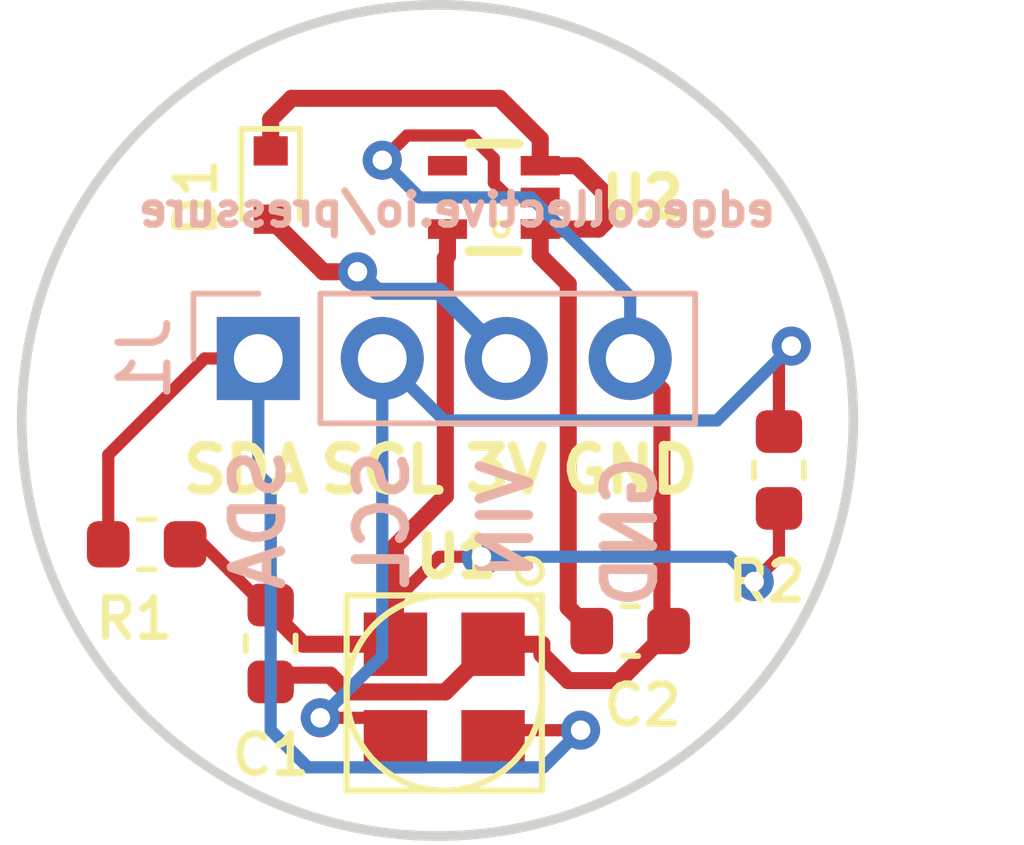
<source format=kicad_pcb>
(kicad_pcb (version 20171130) (host pcbnew 5.0.2-bee76a0~70~ubuntu18.04.1)

  (general
    (thickness 1.6)
    (drawings 12)
    (tracks 92)
    (zones 0)
    (modules 8)
    (nets 7)
  )

  (page A4)
  (layers
    (0 Top signal)
    (31 Bottom signal)
    (32 B.Adhes user)
    (33 F.Adhes user)
    (34 B.Paste user)
    (35 F.Paste user)
    (36 B.SilkS user)
    (37 F.SilkS user)
    (38 B.Mask user)
    (39 F.Mask user)
    (40 Dwgs.User user)
    (41 Cmts.User user)
    (42 Eco1.User user)
    (43 Eco2.User user)
    (44 Edge.Cuts user)
    (45 Margin user)
    (46 B.CrtYd user)
    (47 F.CrtYd user)
    (48 B.Fab user)
    (49 F.Fab user)
  )

  (setup
    (last_trace_width 0.35)
    (user_trace_width 0.35)
    (trace_clearance 0.1524)
    (zone_clearance 0.508)
    (zone_45_only no)
    (trace_min 0.2)
    (segment_width 0.2)
    (edge_width 0.15)
    (via_size 0.8)
    (via_drill 0.4)
    (via_min_size 0.4)
    (via_min_drill 0.3)
    (uvia_size 0.3)
    (uvia_drill 0.1)
    (uvias_allowed no)
    (uvia_min_size 0.2)
    (uvia_min_drill 0.1)
    (pcb_text_width 0.3)
    (pcb_text_size 1.5 1.5)
    (mod_edge_width 0.15)
    (mod_text_size 1 1)
    (mod_text_width 0.15)
    (pad_size 1.524 1.524)
    (pad_drill 0.762)
    (pad_to_mask_clearance 0.051)
    (solder_mask_min_width 0.25)
    (aux_axis_origin 0 0)
    (visible_elements FFFFFF7F)
    (pcbplotparams
      (layerselection 0x010fc_ffffffff)
      (usegerberextensions false)
      (usegerberattributes false)
      (usegerberadvancedattributes false)
      (creategerberjobfile false)
      (excludeedgelayer true)
      (linewidth 0.100000)
      (plotframeref false)
      (viasonmask false)
      (mode 1)
      (useauxorigin false)
      (hpglpennumber 1)
      (hpglpenspeed 20)
      (hpglpendiameter 15.000000)
      (psnegative false)
      (psa4output false)
      (plotreference true)
      (plotvalue true)
      (plotinvisibletext false)
      (padsonsilk false)
      (subtractmaskfromsilk false)
      (outputformat 1)
      (mirror false)
      (drillshape 1)
      (scaleselection 1)
      (outputdirectory ""))
  )

  (net 0 "")
  (net 1 GND)
  (net 2 SDA)
  (net 3 SCL)
  (net 4 VIN)
  (net 5 3V3)
  (net 6 "Net-(C2-Pad1)")

  (net_class Default "This is the default net class."
    (clearance 0.1524)
    (trace_width 0.25)
    (via_dia 0.8)
    (via_drill 0.4)
    (uvia_dia 0.3)
    (uvia_drill 0.1)
    (add_net 3V3)
    (add_net GND)
    (add_net "Net-(C2-Pad1)")
    (add_net SCL)
    (add_net SDA)
    (add_net VIN)
  )

  (module Connector_PinHeader_2.54mm:PinHeader_1x04_P2.54mm_Vertical (layer Bottom) (tedit 5CEAD548) (tstamp 5CF7AC62)
    (at 147.066 98.552 270)
    (descr "Through hole straight pin header, 1x04, 2.54mm pitch, single row")
    (tags "Through hole pin header THT 1x04 2.54mm single row")
    (path /5CEAEDFC)
    (fp_text reference J1 (at 0 2.33 270) (layer B.SilkS)
      (effects (font (size 1 1) (thickness 0.15)) (justify mirror))
    )
    (fp_text value Conn_01x04_Male (at 0 -9.95 270) (layer B.Fab)
      (effects (font (size 1 1) (thickness 0.15)) (justify mirror))
    )
    (fp_line (start -0.635 1.27) (end 1.27 1.27) (layer B.Fab) (width 0.1))
    (fp_line (start 1.27 1.27) (end 1.27 -8.89) (layer B.Fab) (width 0.1))
    (fp_line (start 1.27 -8.89) (end -1.27 -8.89) (layer B.Fab) (width 0.1))
    (fp_line (start -1.27 -8.89) (end -1.27 0.635) (layer B.Fab) (width 0.1))
    (fp_line (start -1.27 0.635) (end -0.635 1.27) (layer B.Fab) (width 0.1))
    (fp_line (start -1.33 -8.95) (end 1.33 -8.95) (layer B.SilkS) (width 0.12))
    (fp_line (start -1.33 -1.27) (end -1.33 -8.95) (layer B.SilkS) (width 0.12))
    (fp_line (start 1.33 -1.27) (end 1.33 -8.95) (layer B.SilkS) (width 0.12))
    (fp_line (start -1.33 -1.27) (end 1.33 -1.27) (layer B.SilkS) (width 0.12))
    (fp_line (start -1.33 0) (end -1.33 1.33) (layer B.SilkS) (width 0.12))
    (fp_line (start -1.33 1.33) (end 0 1.33) (layer B.SilkS) (width 0.12))
    (fp_line (start -1.8 1.8) (end -1.8 -9.4) (layer B.CrtYd) (width 0.05))
    (fp_line (start -1.8 -9.4) (end 1.8 -9.4) (layer B.CrtYd) (width 0.05))
    (fp_line (start 1.8 -9.4) (end 1.8 1.8) (layer B.CrtYd) (width 0.05))
    (fp_line (start 1.8 1.8) (end -1.8 1.8) (layer B.CrtYd) (width 0.05))
    (fp_text user %R (at 0 -3.81 180) (layer B.Fab)
      (effects (font (size 1 1) (thickness 0.15)) (justify mirror))
    )
    (pad 1 thru_hole rect (at 0 0 270) (size 1.7 1.7) (drill 1) (layers *.Cu *.Mask)
      (net 2 SDA))
    (pad 2 thru_hole oval (at 0 -2.54 270) (size 1.7 1.7) (drill 1) (layers *.Cu *.Mask)
      (net 3 SCL))
    (pad 3 thru_hole oval (at 0 -5.08 270) (size 1.7 1.7) (drill 1) (layers *.Cu *.Mask)
      (net 4 VIN))
    (pad 4 thru_hole oval (at 0 -7.62 270) (size 1.7 1.7) (drill 1) (layers *.Cu *.Mask)
      (net 1 GND))
    (model ${KISYS3DMOD}/Connector_PinHeader_2.54mm.3dshapes/PinHeader_1x04_P2.54mm_Vertical.wrl
      (at (xyz 0 0 0))
      (scale (xyz 1 1 1))
      (rotate (xyz 0 0 0))
    )
  )

  (module BAR30-SENSOR:SC70-5L (layer Top) (tedit 0) (tstamp 5CF7B5D0)
    (at 151.892 95.25 90)
    (descr "<b>SC-70 Package</b>")
    (path /2128A558E90442EA)
    (fp_text reference U1 (at -1.5875 0.635 180) (layer F.SilkS) hide
      (effects (font (size 0.9652 0.9652) (thickness 0.18288)) (justify right top))
    )
    (fp_text value VREG-MIC5365 (at 2.2225 0.635 180) (layer F.Fab) hide
      (effects (font (size 0.77216 0.77216) (thickness 0.08128)) (justify right top))
    )
    (fp_poly (pts (xy 0.5 1.1) (xy 0.8 1.1) (xy 0.8 0.6) (xy 0.5 0.6)) (layer F.Fab) (width 0))
    (fp_poly (pts (xy -0.15 1.1) (xy 0.15 1.1) (xy 0.15 0.6) (xy -0.15 0.6)) (layer F.Fab) (width 0))
    (fp_poly (pts (xy -0.8 1.1) (xy -0.5 1.1) (xy -0.5 0.6) (xy -0.8 0.6)) (layer F.Fab) (width 0))
    (fp_poly (pts (xy -0.8 -0.6) (xy -0.5 -0.6) (xy -0.5 -1.1) (xy -0.8 -1.1)) (layer F.Fab) (width 0))
    (fp_poly (pts (xy 0.5 -0.6) (xy 0.8 -0.6) (xy 0.8 -1.1) (xy 0.5 -1.1)) (layer F.Fab) (width 0))
    (fp_circle (center -0.65 0.15) (end -0.5 0.15) (layer F.SilkS) (width 0.1))
    (fp_line (start 1.1 -0.5) (end 1.1 0.5) (layer F.SilkS) (width 0.2032))
    (fp_line (start -1.1 -0.5) (end 1.1 -0.5) (layer F.Fab) (width 0.2032))
    (fp_line (start -1.1 0.5) (end -1.1 -0.5) (layer F.SilkS) (width 0.2032))
    (fp_line (start 1.1 0.5) (end -1.1 0.5) (layer F.Fab) (width 0.2032))
    (pad 3 smd rect (at 0.65 0.95 90) (size 0.4 0.8) (layers Top F.Paste F.Mask)
      (net 6 "Net-(C2-Pad1)") (solder_mask_margin 0.0762))
    (pad 2 smd rect (at 0 0.95 90) (size 0.4 0.8) (layers Top F.Paste F.Mask)
      (net 1 GND) (solder_mask_margin 0.0762))
    (pad 1 smd rect (at -0.65 0.95 90) (size 0.4 0.8) (layers Top F.Paste F.Mask)
      (net 6 "Net-(C2-Pad1)") (solder_mask_margin 0.0762))
    (pad 5 smd rect (at -0.65 -0.95 90) (size 0.4 0.8) (layers Top F.Paste F.Mask)
      (net 5 3V3) (solder_mask_margin 0.0762))
    (pad 4 smd rect (at 0.65 -0.95 90) (size 0.4 0.8) (layers Top F.Paste F.Mask)
      (solder_mask_margin 0.0762))
  )

  (module BAR30-SENSOR:MS5837 (layer Top) (tedit 0) (tstamp 5CF7BD26)
    (at 150.876 105.41 270)
    (path /850A8AB0BABD3B23)
    (fp_text reference U2 (at -2 -2.25 270) (layer F.SilkS) hide
      (effects (font (size 0.57912 0.57912) (thickness 0.048768)) (justify left bottom))
    )
    (fp_text value MS583730BA (at -2 3 270) (layer F.SilkS) hide
      (effects (font (size 0.57912 0.57912) (thickness 0.048768)) (justify left bottom))
    )
    (fp_arc (start -1.5 -1.5) (end -2 -1.5) (angle 90) (layer F.SilkS) (width 0.127))
    (fp_arc (start 0 0) (end 0 -2) (angle 270) (layer F.SilkS) (width 0.127))
    (fp_line (start -2 -1.5) (end -2 -2) (layer F.SilkS) (width 0.127))
    (fp_line (start -2 0) (end -2 -1.5) (layer F.SilkS) (width 0.127))
    (fp_circle (center -2.5 -1.75) (end -2.25 -1.75) (layer F.SilkS) (width 0.127))
    (fp_line (start -2 2) (end -2 0) (layer F.SilkS) (width 0.127))
    (fp_line (start 2 2) (end -2 2) (layer F.SilkS) (width 0.127))
    (fp_line (start 2 -2) (end 2 2) (layer F.SilkS) (width 0.127))
    (fp_line (start 0 -2) (end 2 -2) (layer F.SilkS) (width 0.127))
    (fp_line (start -1.5 -2) (end 0 -2) (layer F.SilkS) (width 0.127))
    (fp_line (start -2 -2) (end -1.5 -2) (layer F.SilkS) (width 0.127))
    (pad 1 smd rect (at -1 -1 270) (size 1.3 1.3) (layers Top F.Paste F.Mask)
      (net 1 GND) (solder_mask_margin 0.0762))
    (pad 4 smd rect (at 1 -1 270) (size 1.3 1.3) (layers Top F.Paste F.Mask)
      (net 2 SDA) (solder_mask_margin 0.0762))
    (pad 3 smd rect (at 1 1 270) (size 1.3 1.3) (layers Top F.Paste F.Mask)
      (net 3 SCL) (solder_mask_margin 0.0762))
    (pad 2 smd rect (at -1 1 270) (size 1.3 1.3) (layers Top F.Paste F.Mask)
      (net 5 3V3) (solder_mask_margin 0.0762))
  )

  (module Resistor_SMD:R_0603_1608Metric (layer Top) (tedit 5CEAE305) (tstamp 5CF7B63C)
    (at 144.78 102.362 180)
    (descr "Resistor SMD 0603 (1608 Metric), square (rectangular) end terminal, IPC_7351 nominal, (Body size source: http://www.tortai-tech.com/upload/download/2011102023233369053.pdf), generated with kicad-footprint-generator")
    (tags resistor)
    (path /5CEADC2F)
    (attr smd)
    (fp_text reference R1 (at 0.254 -1.524 180) (layer F.SilkS)
      (effects (font (size 0.8 0.8) (thickness 0.15)))
    )
    (fp_text value R (at 0 1.43 180) (layer F.Fab)
      (effects (font (size 1 1) (thickness 0.15)))
    )
    (fp_line (start -0.8 0.4) (end -0.8 -0.4) (layer F.Fab) (width 0.1))
    (fp_line (start -0.8 -0.4) (end 0.8 -0.4) (layer F.Fab) (width 0.1))
    (fp_line (start 0.8 -0.4) (end 0.8 0.4) (layer F.Fab) (width 0.1))
    (fp_line (start 0.8 0.4) (end -0.8 0.4) (layer F.Fab) (width 0.1))
    (fp_line (start -0.162779 -0.51) (end 0.162779 -0.51) (layer F.SilkS) (width 0.12))
    (fp_line (start -0.162779 0.51) (end 0.162779 0.51) (layer F.SilkS) (width 0.12))
    (fp_line (start -1.48 0.73) (end -1.48 -0.73) (layer F.CrtYd) (width 0.05))
    (fp_line (start -1.48 -0.73) (end 1.48 -0.73) (layer F.CrtYd) (width 0.05))
    (fp_line (start 1.48 -0.73) (end 1.48 0.73) (layer F.CrtYd) (width 0.05))
    (fp_line (start 1.48 0.73) (end -1.48 0.73) (layer F.CrtYd) (width 0.05))
    (fp_text user %R (at 0 0 180) (layer F.Fab)
      (effects (font (size 0.4 0.4) (thickness 0.06)))
    )
    (pad 1 smd roundrect (at -0.7875 0 180) (size 0.875 0.95) (layers Top F.Paste F.Mask) (roundrect_rratio 0.25)
      (net 5 3V3))
    (pad 2 smd roundrect (at 0.7875 0 180) (size 0.875 0.95) (layers Top F.Paste F.Mask) (roundrect_rratio 0.25)
      (net 2 SDA))
    (model ${KISYS3DMOD}/Resistor_SMD.3dshapes/R_0603_1608Metric.wrl
      (at (xyz 0 0 0))
      (scale (xyz 1 1 1))
      (rotate (xyz 0 0 0))
    )
  )

  (module Resistor_SMD:R_0603_1608Metric (layer Top) (tedit 5CEAE368) (tstamp 5CF7B64D)
    (at 157.734 100.838 90)
    (descr "Resistor SMD 0603 (1608 Metric), square (rectangular) end terminal, IPC_7351 nominal, (Body size source: http://www.tortai-tech.com/upload/download/2011102023233369053.pdf), generated with kicad-footprint-generator")
    (tags resistor)
    (path /5CEAE4D9)
    (attr smd)
    (fp_text reference R2 (at -2.286 -0.254 180) (layer F.SilkS)
      (effects (font (size 0.8 0.8) (thickness 0.15)))
    )
    (fp_text value R (at 0 1.43 90) (layer F.Fab)
      (effects (font (size 1 1) (thickness 0.15)))
    )
    (fp_text user %R (at 0 0 90) (layer F.Fab)
      (effects (font (size 0.4 0.4) (thickness 0.06)))
    )
    (fp_line (start 1.48 0.73) (end -1.48 0.73) (layer F.CrtYd) (width 0.05))
    (fp_line (start 1.48 -0.73) (end 1.48 0.73) (layer F.CrtYd) (width 0.05))
    (fp_line (start -1.48 -0.73) (end 1.48 -0.73) (layer F.CrtYd) (width 0.05))
    (fp_line (start -1.48 0.73) (end -1.48 -0.73) (layer F.CrtYd) (width 0.05))
    (fp_line (start -0.162779 0.51) (end 0.162779 0.51) (layer F.SilkS) (width 0.12))
    (fp_line (start -0.162779 -0.51) (end 0.162779 -0.51) (layer F.SilkS) (width 0.12))
    (fp_line (start 0.8 0.4) (end -0.8 0.4) (layer F.Fab) (width 0.1))
    (fp_line (start 0.8 -0.4) (end 0.8 0.4) (layer F.Fab) (width 0.1))
    (fp_line (start -0.8 -0.4) (end 0.8 -0.4) (layer F.Fab) (width 0.1))
    (fp_line (start -0.8 0.4) (end -0.8 -0.4) (layer F.Fab) (width 0.1))
    (pad 2 smd roundrect (at 0.7875 0 90) (size 0.875 0.95) (layers Top F.Paste F.Mask) (roundrect_rratio 0.25)
      (net 3 SCL))
    (pad 1 smd roundrect (at -0.7875 0 90) (size 0.875 0.95) (layers Top F.Paste F.Mask) (roundrect_rratio 0.25)
      (net 5 3V3))
    (model ${KISYS3DMOD}/Resistor_SMD.3dshapes/R_0603_1608Metric.wrl
      (at (xyz 0 0 0))
      (scale (xyz 1 1 1))
      (rotate (xyz 0 0 0))
    )
  )

  (module Capacitor_SMD:C_0603_1608Metric (layer Top) (tedit 5CEAE33D) (tstamp 5CF7B801)
    (at 147.32 104.394 270)
    (descr "Capacitor SMD 0603 (1608 Metric), square (rectangular) end terminal, IPC_7351 nominal, (Body size source: http://www.tortai-tech.com/upload/download/2011102023233369053.pdf), generated with kicad-footprint-generator")
    (tags capacitor)
    (path /658E3D6CBA02A0BA)
    (attr smd)
    (fp_text reference C1 (at 2.286 0) (layer F.SilkS)
      (effects (font (size 0.8 0.8) (thickness 0.15)))
    )
    (fp_text value 1uF (at 3.302 4.064) (layer F.Fab)
      (effects (font (size 1 1) (thickness 0.15)))
    )
    (fp_line (start -0.8 0.4) (end -0.8 -0.4) (layer F.Fab) (width 0.1))
    (fp_line (start -0.8 -0.4) (end 0.8 -0.4) (layer F.Fab) (width 0.1))
    (fp_line (start 0.8 -0.4) (end 0.8 0.4) (layer F.Fab) (width 0.1))
    (fp_line (start 0.8 0.4) (end -0.8 0.4) (layer F.Fab) (width 0.1))
    (fp_line (start -0.162779 -0.51) (end 0.162779 -0.51) (layer F.SilkS) (width 0.12))
    (fp_line (start -0.162779 0.51) (end 0.162779 0.51) (layer F.SilkS) (width 0.12))
    (fp_line (start -1.48 0.73) (end -1.48 -0.73) (layer F.CrtYd) (width 0.05))
    (fp_line (start -1.48 -0.73) (end 1.48 -0.73) (layer F.CrtYd) (width 0.05))
    (fp_line (start 1.48 -0.73) (end 1.48 0.73) (layer F.CrtYd) (width 0.05))
    (fp_line (start 1.48 0.73) (end -1.48 0.73) (layer F.CrtYd) (width 0.05))
    (fp_text user %R (at 0 0 270) (layer F.Fab)
      (effects (font (size 0.4 0.4) (thickness 0.06)))
    )
    (pad 1 smd roundrect (at -0.7875 0 270) (size 0.875 0.95) (layers Top F.Paste F.Mask) (roundrect_rratio 0.25)
      (net 5 3V3))
    (pad 2 smd roundrect (at 0.7875 0 270) (size 0.875 0.95) (layers Top F.Paste F.Mask) (roundrect_rratio 0.25)
      (net 1 GND))
    (model ${KISYS3DMOD}/Capacitor_SMD.3dshapes/C_0603_1608Metric.wrl
      (at (xyz 0 0 0))
      (scale (xyz 1 1 1))
      (rotate (xyz 0 0 0))
    )
  )

  (module Capacitor_SMD:C_0603_1608Metric (layer Top) (tedit 5CEAE354) (tstamp 5CF7B811)
    (at 154.686 104.14)
    (descr "Capacitor SMD 0603 (1608 Metric), square (rectangular) end terminal, IPC_7351 nominal, (Body size source: http://www.tortai-tech.com/upload/download/2011102023233369053.pdf), generated with kicad-footprint-generator")
    (tags capacitor)
    (path /E2B9DE0EF2879E99)
    (attr smd)
    (fp_text reference C2 (at 0.254 1.524) (layer F.SilkS)
      (effects (font (size 0.8 0.8) (thickness 0.15)))
    )
    (fp_text value 1uF (at 6.604 2.286) (layer F.Fab)
      (effects (font (size 1 1) (thickness 0.15)))
    )
    (fp_text user %R (at 0 0) (layer F.Fab)
      (effects (font (size 0.4 0.4) (thickness 0.06)))
    )
    (fp_line (start 1.48 0.73) (end -1.48 0.73) (layer F.CrtYd) (width 0.05))
    (fp_line (start 1.48 -0.73) (end 1.48 0.73) (layer F.CrtYd) (width 0.05))
    (fp_line (start -1.48 -0.73) (end 1.48 -0.73) (layer F.CrtYd) (width 0.05))
    (fp_line (start -1.48 0.73) (end -1.48 -0.73) (layer F.CrtYd) (width 0.05))
    (fp_line (start -0.162779 0.51) (end 0.162779 0.51) (layer F.SilkS) (width 0.12))
    (fp_line (start -0.162779 -0.51) (end 0.162779 -0.51) (layer F.SilkS) (width 0.12))
    (fp_line (start 0.8 0.4) (end -0.8 0.4) (layer F.Fab) (width 0.1))
    (fp_line (start 0.8 -0.4) (end 0.8 0.4) (layer F.Fab) (width 0.1))
    (fp_line (start -0.8 -0.4) (end 0.8 -0.4) (layer F.Fab) (width 0.1))
    (fp_line (start -0.8 0.4) (end -0.8 -0.4) (layer F.Fab) (width 0.1))
    (pad 2 smd roundrect (at 0.7875 0) (size 0.875 0.95) (layers Top F.Paste F.Mask) (roundrect_rratio 0.25)
      (net 1 GND))
    (pad 1 smd roundrect (at -0.7875 0) (size 0.875 0.95) (layers Top F.Paste F.Mask) (roundrect_rratio 0.25)
      (net 6 "Net-(C2-Pad1)"))
    (model ${KISYS3DMOD}/Capacitor_SMD.3dshapes/C_0603_1608Metric.wrl
      (at (xyz 0 0 0))
      (scale (xyz 1 1 1))
      (rotate (xyz 0 0 0))
    )
  )

  (module Diode_SMD:D_SOD-523 (layer Top) (tedit 5CEAE387) (tstamp 5CF7BEE2)
    (at 147.32 94.996 270)
    (descr "http://www.diodes.com/datasheets/ap02001.pdf p.144")
    (tags "Diode SOD523")
    (path /5CEB6F87)
    (attr smd)
    (fp_text reference D1 (at 0.254 1.524 270) (layer F.SilkS)
      (effects (font (size 0.8 0.8) (thickness 0.15)))
    )
    (fp_text value D (at 0 1.4 270) (layer F.Fab)
      (effects (font (size 1 1) (thickness 0.15)))
    )
    (fp_line (start 0.7 0.6) (end -1.15 0.6) (layer F.SilkS) (width 0.12))
    (fp_line (start 0.7 -0.6) (end -1.15 -0.6) (layer F.SilkS) (width 0.12))
    (fp_line (start 0.65 0.45) (end -0.65 0.45) (layer F.Fab) (width 0.1))
    (fp_line (start -0.65 0.45) (end -0.65 -0.45) (layer F.Fab) (width 0.1))
    (fp_line (start -0.65 -0.45) (end 0.65 -0.45) (layer F.Fab) (width 0.1))
    (fp_line (start 0.65 -0.45) (end 0.65 0.45) (layer F.Fab) (width 0.1))
    (fp_line (start -0.2 0.2) (end -0.2 -0.2) (layer F.Fab) (width 0.1))
    (fp_line (start -0.2 0) (end -0.35 0) (layer F.Fab) (width 0.1))
    (fp_line (start -0.2 0) (end 0.1 0.2) (layer F.Fab) (width 0.1))
    (fp_line (start 0.1 0.2) (end 0.1 -0.2) (layer F.Fab) (width 0.1))
    (fp_line (start 0.1 -0.2) (end -0.2 0) (layer F.Fab) (width 0.1))
    (fp_line (start 0.1 0) (end 0.25 0) (layer F.Fab) (width 0.1))
    (fp_line (start 1.25 0.7) (end -1.25 0.7) (layer F.CrtYd) (width 0.05))
    (fp_line (start -1.25 0.7) (end -1.25 -0.7) (layer F.CrtYd) (width 0.05))
    (fp_line (start -1.25 -0.7) (end 1.25 -0.7) (layer F.CrtYd) (width 0.05))
    (fp_line (start 1.25 -0.7) (end 1.25 0.7) (layer F.CrtYd) (width 0.05))
    (fp_line (start -1.15 -0.6) (end -1.15 0.6) (layer F.SilkS) (width 0.12))
    (fp_text user %R (at 0.254 1.524 270) (layer F.Fab)
      (effects (font (size 1 1) (thickness 0.15)))
    )
    (pad 1 smd rect (at -0.7 0 90) (size 0.6 0.7) (layers Top F.Paste F.Mask)
      (net 6 "Net-(C2-Pad1)"))
    (pad 2 smd rect (at 0.7 0 90) (size 0.6 0.7) (layers Top F.Paste F.Mask)
      (net 4 VIN))
    (model ${KISYS3DMOD}/Diode_SMD.3dshapes/D_SOD-523.wrl
      (at (xyz 0 0 0))
      (scale (xyz 1 1 1))
      (rotate (xyz 0 0 0))
    )
  )

  (gr_text edgecollective.io/pressure (at 151.13 95.504) (layer B.SilkS) (tstamp 5CF7C01B)
    (effects (font (size 0.65 0.65) (thickness 0.15)) (justify mirror))
  )
  (gr_circle (center 150.738582 99.822) (end 158.358582 103.632) (layer Edge.Cuts) (width 0.2))
  (gr_text GND (at 154.686 102.108 90) (layer B.SilkS) (tstamp 5CF7BB69)
    (effects (font (size 1 1) (thickness 0.2)) (justify mirror))
  )
  (gr_text SDA (at 146.812 100.838) (layer F.SilkS) (tstamp 5CF7BA23)
    (effects (font (size 0.9 0.9) (thickness 0.2)))
  )
  (gr_text GND (at 154.686 100.838) (layer F.SilkS) (tstamp 5CF7BAE0)
    (effects (font (size 0.9 0.9) (thickness 0.2)))
  )
  (gr_text 3V (at 152.146 100.838) (layer F.SilkS) (tstamp 5CF7BA9F)
    (effects (font (size 0.9 0.9) (thickness 0.2)))
  )
  (gr_text SCL (at 149.606 100.838) (layer F.SilkS) (tstamp 5CF7BA41)
    (effects (font (size 0.9 0.9) (thickness 0.2)))
  )
  (gr_text U2 (at 154.94 95.25) (layer F.SilkS) (tstamp 5CF7B58C)
    (effects (font (size 0.8 0.8) (thickness 0.2)))
  )
  (gr_text U1 (at 151.13 102.616) (layer F.SilkS) (tstamp 5CF7B512)
    (effects (font (size 0.8 0.8) (thickness 0.2)))
  )
  (gr_text SDA (at 147.066 101.854 90) (layer B.SilkS) (tstamp 5CF7B4CD)
    (effects (font (size 1 1) (thickness 0.2)) (justify mirror))
  )
  (gr_text SCL (at 149.606 101.854 90) (layer B.SilkS) (tstamp 5CF7BB7B)
    (effects (font (size 1 1) (thickness 0.2)) (justify mirror))
  )
  (gr_text VIN (at 152.146 101.854 90) (layer B.SilkS) (tstamp 5CF7BB66)
    (effects (font (size 1 1) (thickness 0.2)) (justify mirror))
  )

  (segment (start 152.192 95.25) (end 151.892 94.95) (width 0.25) (layer Top) (net 1))
  (segment (start 152.842 95.25) (end 152.192 95.25) (width 0.25) (layer Top) (net 1) (status 10))
  (segment (start 151.892 94.450678) (end 151.421322 93.98) (width 0.25) (layer Top) (net 1))
  (segment (start 151.892 94.95) (end 151.892 94.450678) (width 0.25) (layer Top) (net 1))
  (via (at 149.606 94.488) (size 0.8) (drill 0.4) (layers Top Bottom) (net 1))
  (segment (start 151.421322 93.98) (end 150.114 93.98) (width 0.25) (layer Top) (net 1))
  (segment (start 150.114 93.98) (end 149.606 94.488) (width 0.25) (layer Top) (net 1))
  (segment (start 149.606 94.488) (end 150.368 95.25) (width 0.25) (layer Bottom) (net 1))
  (segment (start 150.368 95.25) (end 152.654 95.25) (width 0.25) (layer Bottom) (net 1))
  (segment (start 154.686 97.282) (end 154.686 98.552) (width 0.25) (layer Bottom) (net 1) (status 20))
  (segment (start 152.654 95.25) (end 154.686 97.282) (width 0.25) (layer Bottom) (net 1))
  (segment (start 148.12 105.044) (end 147.32 105.044) (width 0.35) (layer Top) (net 1) (tstamp 5CF7BB6F) (status 20))
  (segment (start 148.538554 105.044) (end 148.12 105.044) (width 0.35) (layer Top) (net 1) (tstamp 5CF7BBDE))
  (segment (start 148.881955 105.387401) (end 148.538554 105.044) (width 0.35) (layer Top) (net 1) (tstamp 5CF7BB72))
  (segment (start 150.898599 105.387401) (end 148.881955 105.387401) (width 0.35) (layer Top) (net 1) (tstamp 5CF7BBA5))
  (segment (start 151.876 104.41) (end 150.898599 105.387401) (width 0.35) (layer Top) (net 1) (tstamp 5CF7BB96) (status 10))
  (segment (start 155.336 99.202) (end 154.686 98.552) (width 0.35) (layer Top) (net 1) (status 30))
  (segment (start 155.336 103.124) (end 155.336 99.202) (width 0.35) (layer Top) (net 1) (status 20))
  (segment (start 152.876 104.41) (end 151.876 104.41) (width 0.35) (layer Top) (net 1) (status 20))
  (segment (start 155.336 104.14) (end 155.336 104.24) (width 0.35) (layer Top) (net 1) (status 30))
  (segment (start 155.336 103.124) (end 155.336 104.14) (width 0.35) (layer Top) (net 1) (status 20))
  (segment (start 152.876 104.41) (end 152.876 104.616) (width 0.35) (layer Top) (net 1))
  (segment (start 152.876 104.616) (end 153.416 105.156) (width 0.35) (layer Top) (net 1))
  (segment (start 154.4575 105.156) (end 154.7115 104.902) (width 0.35) (layer Top) (net 1))
  (segment (start 153.416 105.156) (end 154.4575 105.156) (width 0.35) (layer Top) (net 1))
  (segment (start 154.7115 104.902) (end 155.4735 104.14) (width 0.35) (layer Top) (net 1))
  (segment (start 147.32 106.172) (end 148.082 106.934) (width 0.25) (layer Bottom) (net 2) (tstamp 5CF7BBDB))
  (segment (start 148.082 106.934) (end 152.908 106.934) (width 0.25) (layer Bottom) (net 2) (tstamp 5CF7BB84))
  (via (at 153.67 106.172) (size 0.8) (drill 0.4) (layers Top Bottom) (net 2) (tstamp 5CF7BB90))
  (segment (start 152.908 106.934) (end 153.67 106.172) (width 0.25) (layer Bottom) (net 2) (tstamp 5CF7BB81))
  (segment (start 152.114 106.172) (end 151.876 106.41) (width 0.25) (layer Top) (net 2) (tstamp 5CF7BB8D) (status 30))
  (segment (start 153.67 106.172) (end 152.114 106.172) (width 0.25) (layer Top) (net 2) (tstamp 5CF7BB99) (status 20))
  (segment (start 147.32 101.176) (end 147.32 102.362) (width 0.25) (layer Bottom) (net 2))
  (segment (start 147.066 100.922) (end 147.32 101.176) (width 0.25) (layer Bottom) (net 2))
  (segment (start 147.066 98.552) (end 147.066 100.922) (width 0.25) (layer Bottom) (net 2) (status 10))
  (segment (start 147.32 102.192) (end 147.32 102.362) (width 0.25) (layer Bottom) (net 2))
  (segment (start 147.32 102.362) (end 147.32 106.172) (width 0.25) (layer Bottom) (net 2))
  (segment (start 145.966 98.552) (end 147.066 98.552) (width 0.25) (layer Top) (net 2) (status 20))
  (segment (start 143.9925 100.5255) (end 145.966 98.552) (width 0.25) (layer Top) (net 2))
  (segment (start 143.9925 102.362) (end 143.9925 100.5255) (width 0.25) (layer Top) (net 2) (status 10))
  (via (at 148.336 105.918) (size 0.8) (drill 0.4) (layers Top Bottom) (net 3) (tstamp 5CF7BBE4))
  (segment (start 149.384 105.918) (end 149.876 106.41) (width 0.25) (layer Top) (net 3) (tstamp 5CF7BBE1) (status 30))
  (segment (start 148.336 105.918) (end 149.384 105.918) (width 0.25) (layer Top) (net 3) (tstamp 5CF7BB93) (status 20))
  (segment (start 149.606 104.648) (end 148.336 105.918) (width 0.25) (layer Bottom) (net 3))
  (segment (start 149.606 98.552) (end 149.606 104.648) (width 0.25) (layer Bottom) (net 3) (status 10))
  (via (at 157.988 98.298) (size 0.8) (drill 0.4) (layers Top Bottom) (net 3))
  (segment (start 157.734 100.0505) (end 157.734 98.552) (width 0.25) (layer Top) (net 3) (status 10))
  (segment (start 157.734 98.552) (end 157.988 98.298) (width 0.25) (layer Top) (net 3))
  (segment (start 157.988 98.298) (end 156.464 99.822) (width 0.25) (layer Bottom) (net 3))
  (segment (start 150.876 99.822) (end 149.606 98.552) (width 0.25) (layer Bottom) (net 3) (status 20))
  (segment (start 156.464 99.822) (end 150.876 99.822) (width 0.25) (layer Bottom) (net 3))
  (via (at 149.098 96.774) (size 0.8) (drill 0.4) (layers Top Bottom) (net 4))
  (segment (start 148.398 96.774) (end 149.098 96.774) (width 0.35) (layer Top) (net 4))
  (segment (start 151.296001 97.702001) (end 152.146 98.552) (width 0.35) (layer Bottom) (net 4) (status 30))
  (segment (start 150.767999 97.173999) (end 151.296001 97.702001) (width 0.35) (layer Bottom) (net 4) (status 20))
  (segment (start 149.497999 97.173999) (end 150.767999 97.173999) (width 0.35) (layer Bottom) (net 4))
  (segment (start 149.098 96.774) (end 149.497999 97.173999) (width 0.35) (layer Bottom) (net 4))
  (segment (start 149.464 103.998) (end 149.876 104.41) (width 0.25) (layer Top) (net 5) (tstamp 5CF7BB7E) (status 30))
  (segment (start 147.986 104.41) (end 147.32 103.744) (width 0.35) (layer Top) (net 5) (tstamp 5CF7BB8A) (status 20))
  (segment (start 149.876 104.41) (end 147.986 104.41) (width 0.35) (layer Top) (net 5) (tstamp 5CF7BBAB) (status 10))
  (segment (start 149.876 103.41) (end 149.876 104.41) (width 0.35) (layer Top) (net 5) (status 20))
  (segment (start 150.898599 101.371401) (end 149.876 102.394) (width 0.35) (layer Top) (net 5))
  (segment (start 150.898599 96.493401) (end 150.898599 101.371401) (width 0.35) (layer Top) (net 5))
  (segment (start 150.942 96.45) (end 150.898599 96.493401) (width 0.35) (layer Top) (net 5))
  (segment (start 150.942 95.9) (end 150.942 96.45) (width 0.35) (layer Top) (net 5) (status 10))
  (segment (start 149.876 102.394) (end 149.876 103.41) (width 0.35) (layer Top) (net 5))
  (segment (start 145.938 102.362) (end 147.32 103.744) (width 0.25) (layer Top) (net 5) (status 30))
  (segment (start 145.5675 102.362) (end 145.938 102.362) (width 0.25) (layer Top) (net 5) (status 30))
  (via (at 157.226 103.124) (size 0.8) (drill 0.4) (layers Top Bottom) (net 5))
  (segment (start 157.734 101.6255) (end 157.734 102.616) (width 0.25) (layer Top) (net 5) (status 10))
  (segment (start 157.734 102.616) (end 157.226 103.124) (width 0.25) (layer Top) (net 5))
  (via (at 151.638 102.616) (size 0.8) (drill 0.4) (layers Top Bottom) (net 5))
  (segment (start 157.226 103.124) (end 156.718 102.616) (width 0.25) (layer Bottom) (net 5))
  (segment (start 156.718 102.616) (end 151.638 102.616) (width 0.25) (layer Bottom) (net 5))
  (segment (start 149.876 103.51) (end 149.876 104.41) (width 0.25) (layer Top) (net 5) (status 20))
  (segment (start 150.77 102.616) (end 149.876 103.51) (width 0.25) (layer Top) (net 5))
  (segment (start 151.638 102.616) (end 150.77 102.616) (width 0.25) (layer Top) (net 5))
  (segment (start 148.398 96.774) (end 147.32 95.696) (width 0.35) (layer Top) (net 4))
  (segment (start 152.01 93.218) (end 152.842 94.05) (width 0.35) (layer Top) (net 6))
  (segment (start 147.748 93.218) (end 152.01 93.218) (width 0.35) (layer Top) (net 6))
  (segment (start 152.842 94.05) (end 152.842 94.6) (width 0.35) (layer Top) (net 6))
  (segment (start 147.32 93.646) (end 147.748 93.218) (width 0.35) (layer Top) (net 6))
  (segment (start 147.32 94.296) (end 147.32 93.646) (width 0.35) (layer Top) (net 6))
  (segment (start 154.036 95.9) (end 152.842 95.9) (width 0.35) (layer Top) (net 6))
  (segment (start 154.178 95.186) (end 154.178 95.758) (width 0.35) (layer Top) (net 6))
  (segment (start 154.178 95.758) (end 154.036 95.9) (width 0.35) (layer Top) (net 6))
  (segment (start 152.842 94.6) (end 153.592 94.6) (width 0.35) (layer Top) (net 6))
  (segment (start 153.592 94.6) (end 154.178 95.186) (width 0.35) (layer Top) (net 6))
  (segment (start 152.842 96.45) (end 153.416 97.024) (width 0.35) (layer Top) (net 6))
  (segment (start 152.842 95.9) (end 152.842 96.45) (width 0.35) (layer Top) (net 6))
  (segment (start 153.416 103.6575) (end 153.8985 104.14) (width 0.35) (layer Top) (net 6))
  (segment (start 153.416 97.024) (end 153.416 103.6575) (width 0.35) (layer Top) (net 6))

)

</source>
